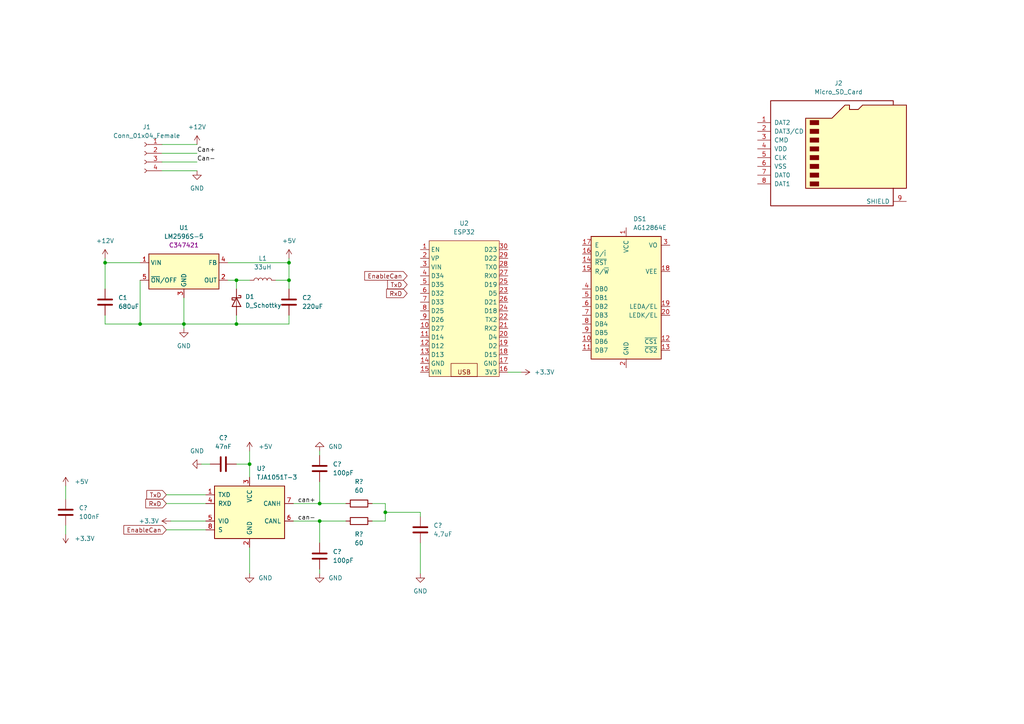
<source format=kicad_sch>
(kicad_sch (version 20211123) (generator eeschema)
  (paper "A4")
  (lib_symbols
    (symbol "Connector:Conn_01x04_Female" (pin_names (offset 1.016) hide)
      (property "Reference" "J" (at 0 5.08 0))
      (property "Value" "Conn_01x04_Female" (at 0 -7.62 0))
      (symbol "Conn_01x04_Female_1_1"
        (arc (start 0 -4.572) (mid -0.508 -5.08) (end 0 -5.588) (stroke (width 0.1524)))
        (arc (start 0 -2.032) (mid -0.508 -2.54) (end 0 -3.048) (stroke (width 0.1524)))
        (polyline (pts (xy -1.27 -5.08) (xy -0.508 -5.08)) (stroke (width 0.1524)))
        (polyline (pts (xy -1.27 -2.54) (xy -0.508 -2.54)) (stroke (width 0.1524)))
        (polyline (pts (xy -1.27 0) (xy -0.508 0)) (stroke (width 0.1524)))
        (polyline (pts (xy -1.27 2.54) (xy -0.508 2.54)) (stroke (width 0.1524)))
        (arc (start 0 0.508) (mid -0.508 0) (end 0 -0.508) (stroke (width 0.1524)))
        (arc (start 0 3.048) (mid -0.508 2.54) (end 0 2.032) (stroke (width 0.1524)))
        (pin passive line (at -5.08 2.54 0) (length 3.81) (name "Pin_1") (number "1"))
        (pin passive line (at -5.08 0 0) (length 3.81) (name "Pin_2") (number "2"))
        (pin passive line (at -5.08 -2.54 0) (length 3.81) (name "Pin_3") (number "3"))
        (pin passive line (at -5.08 -5.08 0) (length 3.81) (name "Pin_4") (number "4"))
      )
    )
    (symbol "Connector:Micro_SD_Card" (pin_names (offset 1.016))
      (property "Reference" "J" (at -16.51 15.24 0))
      (property "Value" "Micro_SD_Card" (at 16.51 15.24 0))
      (symbol "Micro_SD_Card_0_1"
        (rectangle (start -7.62 -9.525) (end -5.08 -10.795) (fill (type outline)))
        (rectangle (start -7.62 -6.985) (end -5.08 -8.255) (fill (type outline)))
        (rectangle (start -7.62 -4.445) (end -5.08 -5.715) (fill (type outline)))
        (rectangle (start -7.62 -1.905) (end -5.08 -3.175) (fill (type outline)))
        (rectangle (start -7.62 0.635) (end -5.08 -0.635) (fill (type outline)))
        (rectangle (start -7.62 3.175) (end -5.08 1.905) (fill (type outline)))
        (rectangle (start -7.62 5.715) (end -5.08 4.445) (fill (type outline)))
        (rectangle (start -7.62 8.255) (end -5.08 6.985) (fill (type outline)))
        (polyline (pts (xy 16.51 12.7) (xy 16.51 13.97) (xy -19.05 13.97) (xy -19.05 -16.51) (xy 16.51 -16.51) (xy 16.51 -11.43)) (stroke (width 0.254)))
        (polyline (pts (xy -8.89 -11.43) (xy -8.89 8.89) (xy -1.27 8.89) (xy 2.54 12.7) (xy 3.81 12.7) (xy 3.81 11.43) (xy 6.35 11.43) (xy 7.62 12.7) (xy 20.32 12.7) (xy 20.32 -11.43) (xy -8.89 -11.43)) (stroke (width 0.254)) (fill (type background)))
      )
      (symbol "Micro_SD_Card_1_1"
        (pin bidirectional line (at -22.86 7.62 0) (length 3.81) (name "DAT2") (number "1"))
        (pin bidirectional line (at -22.86 5.08 0) (length 3.81) (name "DAT3/CD") (number "2"))
        (pin input line (at -22.86 2.54 0) (length 3.81) (name "CMD") (number "3"))
        (pin power_in line (at -22.86 0 0) (length 3.81) (name "VDD") (number "4"))
        (pin input line (at -22.86 -2.54 0) (length 3.81) (name "CLK") (number "5"))
        (pin power_in line (at -22.86 -5.08 0) (length 3.81) (name "VSS") (number "6"))
        (pin bidirectional line (at -22.86 -7.62 0) (length 3.81) (name "DAT0") (number "7"))
        (pin bidirectional line (at -22.86 -10.16 0) (length 3.81) (name "DAT1") (number "8"))
        (pin passive line (at 20.32 -15.24 180) (length 3.81) (name "SHIELD") (number "9"))
      )
    )
    (symbol "Device:C" (pin_numbers hide) (pin_names (offset 0.254))
      (property "Reference" "C" (at 0.635 2.54 0))
      (property "Value" "C" (at 0.635 -2.54 0))
      (symbol "C_0_1"
        (polyline (pts (xy -2.032 -0.762) (xy 2.032 -0.762)) (stroke (width 0.508)))
        (polyline (pts (xy -2.032 0.762) (xy 2.032 0.762)) (stroke (width 0.508)))
      )
      (symbol "C_1_1"
        (pin passive line (at 0 3.81 270) (length 2.794) (name "~") (number "1"))
        (pin passive line (at 0 -3.81 90) (length 2.794) (name "~") (number "2"))
      )
    )
    (symbol "Device:D_Schottky" (pin_numbers hide) (pin_names (offset 1.016) hide)
      (property "Reference" "D" (at 0 2.54 0))
      (property "Value" "D_Schottky" (at 0 -2.54 0))
      (symbol "D_Schottky_0_1"
        (polyline (pts (xy 1.27 0) (xy -1.27 0)))
        (polyline (pts (xy 1.27 1.27) (xy 1.27 -1.27) (xy -1.27 0) (xy 1.27 1.27)) (stroke (width 0.254)))
        (polyline (pts (xy -1.905 0.635) (xy -1.905 1.27) (xy -1.27 1.27) (xy -1.27 -1.27) (xy -0.635 -1.27) (xy -0.635 -0.635)) (stroke (width 0.254)))
      )
      (symbol "D_Schottky_1_1"
        (pin passive line (at -3.81 0 0) (length 2.54) (name "K") (number "1"))
        (pin passive line (at 3.81 0 180) (length 2.54) (name "A") (number "2"))
      )
    )
    (symbol "Device:L" (pin_numbers hide) (pin_names (offset 1.016) hide)
      (property "Reference" "L" (at -1.27 0 90))
      (property "Value" "L" (at 1.905 0 90))
      (symbol "L_0_1"
        (arc (start 0 -2.54) (mid 0.635 -1.905) (end 0 -1.27))
        (arc (start 0 -1.27) (mid 0.635 -0.635) (end 0 0))
        (arc (start 0 0) (mid 0.635 0.635) (end 0 1.27))
        (arc (start 0 1.27) (mid 0.635 1.905) (end 0 2.54))
      )
      (symbol "L_1_1"
        (pin passive line (at 0 3.81 270) (length 1.27) (name "1") (number "1"))
        (pin passive line (at 0 -3.81 90) (length 1.27) (name "2") (number "2"))
      )
    )
    (symbol "Device:R" (pin_numbers hide) (pin_names (offset 0))
      (property "Reference" "R" (at 2.032 0 90))
      (property "Value" "R" (at 0 0 90))
      (symbol "R_0_1"
        (rectangle (start -1.016 -2.54) (end 1.016 2.54) (stroke (width 0.254)))
      )
      (symbol "R_1_1"
        (pin passive line (at 0 3.81 270) (length 1.27) (name "~") (number "1"))
        (pin passive line (at 0 -3.81 90) (length 1.27) (name "~") (number "2"))
      )
    )
    (symbol "Display_Graphic:AG12864E" (pin_names (offset 1.016))
      (property "Reference" "DS" (at -8.382 19.05 0))
      (property "Value" "AG12864E" (at 5.588 19.05 0))
      (symbol "AG12864E_0_1"
        (rectangle (start -10.16 17.78) (end 10.16 -17.78) (stroke (width 0.254)) (fill (type background)))
      )
      (symbol "AG12864E_1_1"
        (pin power_in line (at 0 20.32 270) (length 2.54) (name "VCC") (number "1"))
        (pin bidirectional line (at -12.7 -12.7 0) (length 2.54) (name "DB6") (number "10"))
        (pin bidirectional line (at -12.7 -15.24 0) (length 2.54) (name "DB7") (number "11"))
        (pin input line (at 12.7 -12.7 180) (length 2.54) (name "~{CS1}") (number "12"))
        (pin input line (at 12.7 -15.24 180) (length 2.54) (name "~{CS2}") (number "13"))
        (pin input line (at -12.7 10.16 0) (length 2.54) (name "~{RST}") (number "14"))
        (pin input line (at -12.7 7.62 0) (length 2.54) (name "R/~{W}") (number "15"))
        (pin input line (at -12.7 12.7 0) (length 2.54) (name "D/~{I}") (number "16"))
        (pin input line (at -12.7 15.24 0) (length 2.54) (name "E") (number "17"))
        (pin passive line (at 12.7 7.62 180) (length 2.54) (name "VEE") (number "18"))
        (pin passive line (at 12.7 -2.54 180) (length 2.54) (name "LEDA/EL") (number "19"))
        (pin power_in line (at 0 -20.32 90) (length 2.54) (name "GND") (number "2"))
        (pin passive line (at 12.7 -5.08 180) (length 2.54) (name "LEDK/EL") (number "20"))
        (pin passive line (at 12.7 15.24 180) (length 2.54) (name "VO") (number "3"))
        (pin bidirectional line (at -12.7 2.54 0) (length 2.54) (name "DB0") (number "4"))
        (pin bidirectional line (at -12.7 0 0) (length 2.54) (name "DB1") (number "5"))
        (pin bidirectional line (at -12.7 -2.54 0) (length 2.54) (name "DB2") (number "6"))
        (pin bidirectional line (at -12.7 -5.08 0) (length 2.54) (name "DB3") (number "7"))
        (pin bidirectional line (at -12.7 -7.62 0) (length 2.54) (name "DB4") (number "8"))
        (pin bidirectional line (at -12.7 -10.16 0) (length 2.54) (name "DB5") (number "9"))
      )
    )
    (symbol "GND_1" (power) (pin_names (offset 0))
      (property "Value" "GND_1" (at 0 -3.81 0))
      (symbol "GND_1_0_1"
        (polyline (pts (xy 0 0) (xy 0 -1.27) (xy 1.27 -1.27) (xy 0 -2.54) (xy -1.27 -1.27) (xy 0 -1.27)))
      )
      (symbol "GND_1_1_1"
        (pin power_in line (at 0 0 270) (length 0) hide (name "GND") (number "1"))
      )
    )
    (symbol "Interface_CAN_LIN:TJA1051T-3" (pin_names (offset 1.016))
      (property "Reference" "U" (at -10.16 8.89 0))
      (property "Value" "TJA1051T-3" (at 1.27 8.89 0))
      (symbol "TJA1051T-3_0_1"
        (rectangle (start -10.16 7.62) (end 10.16 -7.62) (stroke (width 0.254)) (fill (type background)))
      )
      (symbol "TJA1051T-3_1_1"
        (pin input line (at -12.7 5.08 0) (length 2.54) (name "TXD") (number "1"))
        (pin power_in line (at 0 -10.16 90) (length 2.54) (name "GND") (number "2"))
        (pin power_in line (at 0 10.16 270) (length 2.54) (name "VCC") (number "3"))
        (pin output line (at -12.7 2.54 0) (length 2.54) (name "RXD") (number "4"))
        (pin power_in line (at -12.7 -2.54 0) (length 2.54) (name "VIO") (number "5"))
        (pin bidirectional line (at 12.7 -2.54 180) (length 2.54) (name "CANL") (number "6"))
        (pin bidirectional line (at 12.7 2.54 180) (length 2.54) (name "CANH") (number "7"))
        (pin input line (at -12.7 -5.08 0) (length 2.54) (name "S") (number "8"))
      )
    )
    (symbol "New_Library_0:ESP32"
      (property "Reference" "U" (at 0 21.59 0))
      (property "Value" "ESP32" (at 0 24.13 0))
      (symbol "ESP32_0_0"
        (text "USB" (at 0 -19.05 0) (effects (font (size 1.27 1.27))))
      )
      (symbol "ESP32_0_1"
        (rectangle (start -10.16 19.05) (end 10.16 -20.32) (fill (type background)))
        (rectangle (start -3.81 -20.32) (end 3.81 -16.51))
      )
      (symbol "ESP32_1_1"
        (pin input line (at -12.7 16.51 0) (length 2.54) (name "EN") (number "1"))
        (pin input line (at -12.7 -6.35 0) (length 2.54) (name "D27") (number "10"))
        (pin input line (at -12.7 -8.89 0) (length 2.54) (name "D14") (number "11"))
        (pin input line (at -12.7 -11.43 0) (length 2.54) (name "D12") (number "12"))
        (pin input line (at -12.7 -13.97 0) (length 2.54) (name "D13") (number "13"))
        (pin input line (at -12.7 -16.51 0) (length 2.54) (name "GND") (number "14"))
        (pin input line (at -12.7 -19.05 0) (length 2.54) (name "VIN") (number "15"))
        (pin input line (at 12.7 -19.05 180) (length 2.54) (name "3V3") (number "16"))
        (pin input line (at 12.7 -16.51 180) (length 2.54) (name "GND") (number "17"))
        (pin input line (at 12.7 -13.97 180) (length 2.54) (name "D15") (number "18"))
        (pin input line (at 12.7 -11.43 180) (length 2.54) (name "D2") (number "19"))
        (pin input line (at -12.7 13.97 0) (length 2.54) (name "VP") (number "2"))
        (pin input line (at 12.7 -8.89 180) (length 2.54) (name "D4") (number "20"))
        (pin input line (at 12.7 -6.35 180) (length 2.54) (name "RX2") (number "21"))
        (pin input line (at 12.7 -3.81 180) (length 2.54) (name "TX2") (number "22"))
        (pin input line (at 12.7 3.81 180) (length 2.54) (name "D5") (number "23"))
        (pin input line (at 12.7 -1.27 180) (length 2.54) (name "D18") (number "24"))
        (pin input line (at 12.7 6.35 180) (length 2.54) (name "D19") (number "25"))
        (pin input line (at 12.7 1.27 180) (length 2.54) (name "D21") (number "26"))
        (pin input line (at 12.7 8.89 180) (length 2.54) (name "RX0") (number "27"))
        (pin input line (at 12.7 11.43 180) (length 2.54) (name "TX0") (number "28"))
        (pin input line (at 12.7 13.97 180) (length 2.54) (name "D22") (number "29"))
        (pin input line (at -12.7 11.43 0) (length 2.54) (name "VIN") (number "3"))
        (pin input line (at 12.7 16.51 180) (length 2.54) (name "D23") (number "30"))
        (pin input line (at -12.7 8.89 0) (length 2.54) (name "D34") (number "4"))
        (pin input line (at -12.7 6.35 0) (length 2.54) (name "D35") (number "5"))
        (pin input line (at -12.7 3.81 0) (length 2.54) (name "D32") (number "6"))
        (pin input line (at -12.7 1.27 0) (length 2.54) (name "D33") (number "7"))
        (pin input line (at -12.7 -1.27 0) (length 2.54) (name "D25") (number "8"))
        (pin input line (at -12.7 -3.81 0) (length 2.54) (name "D26") (number "9"))
      )
    )
    (symbol "Regulator_Switching:LM2596S-5"
      (property "Reference" "U" (at -10.16 6.35 0))
      (property "Value" "LM2596S-5" (at 0 6.35 0))
      (symbol "LM2596S-5_0_1"
        (rectangle (start -10.16 5.08) (end 10.16 -5.08) (stroke (width 0.254)) (fill (type background)))
      )
      (symbol "LM2596S-5_1_1"
        (pin power_in line (at -12.7 2.54 0) (length 2.54) (name "VIN") (number "1"))
        (pin output line (at 12.7 -2.54 180) (length 2.54) (name "OUT") (number "2"))
        (pin power_in line (at 0 -7.62 90) (length 2.54) (name "GND") (number "3"))
        (pin input line (at 12.7 2.54 180) (length 2.54) (name "FB") (number "4"))
        (pin input line (at -12.7 -2.54 0) (length 2.54) (name "~{ON}/OFF") (number "5"))
      )
    )
    (symbol "power:+12V" (power) (pin_names (offset 0))
      (property "Value" "+12V" (at 0 3.556 0))
      (symbol "+12V_0_1"
        (polyline (pts (xy -0.762 1.27) (xy 0 2.54)))
        (polyline (pts (xy 0 0) (xy 0 2.54)))
        (polyline (pts (xy 0 2.54) (xy 0.762 1.27)))
      )
      (symbol "+12V_1_1"
        (pin power_in line (at 0 0 90) (length 0) hide (name "+12V") (number "1"))
      )
    )
    (symbol "power:+3.3V" (power) (pin_names (offset 0))
      (property "Value" "+3.3V" (at 0 3.556 0))
      (symbol "+3.3V_0_1"
        (polyline (pts (xy -0.762 1.27) (xy 0 2.54)))
        (polyline (pts (xy 0 0) (xy 0 2.54)))
        (polyline (pts (xy 0 2.54) (xy 0.762 1.27)))
      )
      (symbol "+3.3V_1_1"
        (pin power_in line (at 0 0 90) (length 0) hide (name "+3.3V") (number "1"))
      )
    )
    (symbol "power:+5V" (power) (pin_names (offset 0))
      (property "Value" "+5V" (at 0 3.556 0))
      (symbol "+5V_0_1"
        (polyline (pts (xy -0.762 1.27) (xy 0 2.54)))
        (polyline (pts (xy 0 0) (xy 0 2.54)))
        (polyline (pts (xy 0 2.54) (xy 0.762 1.27)))
      )
      (symbol "+5V_1_1"
        (pin power_in line (at 0 0 90) (length 0) hide (name "+5V") (number "1"))
      )
    )
    (symbol "power:GND" (power) (pin_names (offset 0))
      (property "Value" "GND" (at 0 -3.81 0))
      (symbol "GND_0_1"
        (polyline (pts (xy 0 0) (xy 0 -1.27) (xy 1.27 -1.27) (xy 0 -2.54) (xy -1.27 -1.27) (xy 0 -1.27)))
      )
      (symbol "GND_1_1"
        (pin power_in line (at 0 0 270) (length 0) hide (name "GND") (number "1"))
      )
    )
  )
  (junction (at 92.71 146.05))
  (junction (at 53.34 93.98))
  (junction (at 30.48 76.2))
  (junction (at 72.39 134.62))
  (junction (at 92.71 151.13))
  (junction (at 68.58 93.98))
  (junction (at 68.58 81.28))
  (junction (at 83.82 81.28))
  (junction (at 83.82 76.2))
  (junction (at 40.64 93.98))
  (junction (at 111.76 148.59))
  (wire (pts (xy 48.26 143.51) (xy 59.69 143.51)))
  (wire (pts (xy 151.13 107.95) (xy 147.32 107.95)))
  (wire (pts (xy 40.64 93.98) (xy 30.48 93.98)))
  (wire (pts (xy 46.99 41.91) (xy 57.15 41.91)))
  (wire (pts (xy 68.58 81.28) (xy 68.58 83.82)))
  (wire (pts (xy 58.42 134.62) (xy 60.96 134.62)))
  (wire (pts (xy 30.48 83.82) (xy 30.48 76.2)))
  (wire (pts (xy 92.71 130.81) (xy 92.71 132.08)))
  (wire (pts (xy 66.04 81.28) (xy 68.58 81.28)))
  (wire (pts (xy 19.05 154.94) (xy 19.05 152.4)))
  (wire (pts (xy 30.48 76.2) (xy 40.64 76.2)))
  (wire (pts (xy 100.33 151.13) (xy 92.71 151.13)))
  (wire (pts (xy 92.71 139.7) (xy 92.71 146.05)))
  (wire (pts (xy 53.34 93.98) (xy 53.34 86.36)))
  (wire (pts (xy 83.82 83.82) (xy 83.82 81.28)))
  (wire (pts (xy 111.76 148.59) (xy 121.92 148.59)))
  (wire (pts (xy 83.82 74.93) (xy 83.82 76.2)))
  (wire (pts (xy 53.34 93.98) (xy 68.58 93.98)))
  (wire (pts (xy 53.34 95.25) (xy 53.34 93.98)))
  (wire (pts (xy 92.71 146.05) (xy 85.09 146.05)))
  (wire (pts (xy 19.05 140.97) (xy 19.05 144.78)))
  (wire (pts (xy 68.58 81.28) (xy 72.39 81.28)))
  (wire (pts (xy 46.99 46.99) (xy 57.15 46.99)))
  (wire (pts (xy 121.92 148.59) (xy 121.92 149.86)))
  (wire (pts (xy 100.33 146.05) (xy 92.71 146.05)))
  (wire (pts (xy 121.92 157.48) (xy 121.92 166.37)))
  (wire (pts (xy 66.04 76.2) (xy 83.82 76.2)))
  (wire (pts (xy 111.76 146.05) (xy 111.76 148.59)))
  (wire (pts (xy 107.95 151.13) (xy 111.76 151.13)))
  (wire (pts (xy 46.99 44.45) (xy 57.15 44.45)))
  (wire (pts (xy 83.82 76.2) (xy 83.82 81.28)))
  (wire (pts (xy 40.64 81.28) (xy 40.64 93.98)))
  (wire (pts (xy 48.26 146.05) (xy 59.69 146.05)))
  (wire (pts (xy 68.58 93.98) (xy 83.82 93.98)))
  (wire (pts (xy 40.64 93.98) (xy 53.34 93.98)))
  (wire (pts (xy 30.48 74.93) (xy 30.48 76.2)))
  (wire (pts (xy 72.39 134.62) (xy 72.39 138.43)))
  (wire (pts (xy 48.26 153.67) (xy 59.69 153.67)))
  (wire (pts (xy 107.95 146.05) (xy 111.76 146.05)))
  (wire (pts (xy 72.39 166.37) (xy 72.39 158.75)))
  (wire (pts (xy 83.82 93.98) (xy 83.82 91.44)))
  (wire (pts (xy 92.71 151.13) (xy 85.09 151.13)))
  (wire (pts (xy 30.48 93.98) (xy 30.48 91.44)))
  (wire (pts (xy 68.58 93.98) (xy 68.58 91.44)))
  (wire (pts (xy 72.39 130.81) (xy 72.39 134.62)))
  (wire (pts (xy 49.53 151.13) (xy 59.69 151.13)))
  (wire (pts (xy 92.71 166.37) (xy 92.71 165.1)))
  (wire (pts (xy 68.58 134.62) (xy 72.39 134.62)))
  (wire (pts (xy 92.71 151.13) (xy 92.71 157.48)))
  (wire (pts (xy 46.99 49.53) (xy 57.15 49.53)))
  (wire (pts (xy 83.82 81.28) (xy 80.01 81.28)))
  (wire (pts (xy 111.76 148.59) (xy 111.76 151.13)))
  (label "Can+" (at 57.15 44.45 0))
  (label "Can-" (at 57.15 46.99 0))
  (label "can-" (at 86.36 151.13 0))
  (label "can+" (at 86.36 146.05 0))
  (global_label "EnableCan" (shape input) (at 118.11 80.01 180) (property "Referências entre as folhas" "${INTERSHEET_REFS}" (effects hide)))
  (global_label "TxD" (shape input) (at 118.11 82.55 180) (property "Referências entre as folhas" "${INTERSHEET_REFS}" (effects hide)))
  (global_label "RxD" (shape input) (at 118.11 85.09 180) (property "Referências entre as folhas" "${INTERSHEET_REFS}" (effects hide)))
  (global_label "EnableCan" (shape input) (at 48.26 153.67 180) (property "Referências entre as folhas" "${INTERSHEET_REFS}" (effects hide)))
  (global_label "RxD" (shape input) (at 48.26 146.05 180) (property "Referências entre as folhas" "${INTERSHEET_REFS}" (effects hide)))
  (global_label "TxD" (shape input) (at 48.26 143.51 180) (property "Referências entre as folhas" "${INTERSHEET_REFS}" (effects hide)))
  (symbol (lib_id "Interface_CAN_LIN:TJA1051T-3") (at 72.39 148.59 0) (unit 1)
    (property "Reference" "U?" (at 74.4094 135.89 0) (effects (justify left)))
    (property "Value" "TJA1051T-3" (at 74.4094 138.43 0) (effects (justify left)))
    (property "Footprint" "Package_SO:SOIC-8_3.9x4.9mm_P1.27mm" (effects hide))
    (property "Datasheet" "http://www.nxp.com/documents/data_sheet/TJA1051.pdf" (effects hide))
  )
  (symbol (lib_id "power:+5V") (at 19.05 140.97 0) (unit 1)
    (property "Reference" "#PWR?" (effects hide))
    (property "Value" "+5V" (at 21.59 139.6999 0) (effects (justify left)))
  )
  (symbol (lib_id "Device:C") (at 19.05 148.59 180) (unit 1)
    (property "Reference" "C?" (at 22.86 147.3199 0) (effects (justify right)))
    (property "Value" "100nF" (at 22.86 149.8599 0) (effects (justify right)))
  )
  (symbol (lib_id "power:+3.3V") (at 19.05 154.94 180) (unit 1)
    (property "Reference" "#PWR?" (effects hide))
    (property "Value" "+3.3V" (at 21.59 156.2099 0) (effects (justify right)))
  )
  (symbol (lib_id "Connector:Conn_01x04_Female") (at 41.91 44.45 0) (mirror y) (unit 1)
    (property "Reference" "J1" (at 42.545 36.83 0))
    (property "Value" "Conn_01x04_Female" (at 42.545 39.37 0))
    (property "Footprint" "TerminalBlock_Phoenix:TerminalBlock_Phoenix_MKDS-1,5-4-5.08_1x04_P5.08mm_Horizontal" (effects hide))
  )
  (symbol (lib_name "GND_1") (lib_id "power:GND") (at 72.39 166.37 0) (unit 1)
    (property "Reference" "#PWR?" (effects hide))
    (property "Value" "GND" (at 74.93 167.6399 0) (effects (justify left)))
  )
  (symbol (lib_id "Device:D_Schottky") (at 68.58 87.63 270) (unit 1)
    (property "Reference" "D1" (at 71.12 86.0424 90) (effects (justify left)))
    (property "Value" "D_Schottky" (at 71.12 88.5824 90) (effects (justify left)))
    (property "Footprint" "Diode_SMD:D_SMB" (effects hide))
  )
  (symbol (lib_id "Device:C") (at 92.71 161.29 180) (unit 1)
    (property "Reference" "C?" (at 96.52 160.0199 0) (effects (justify right)))
    (property "Value" "100pF" (at 96.52 162.5599 0) (effects (justify right)))
  )
  (symbol (lib_name "GND_1") (lib_id "power:GND") (at 121.92 166.37 0) (unit 1)
    (property "Reference" "#PWR?" (effects hide))
    (property "Value" "GND" (at 121.92 171.45 0))
  )
  (symbol (lib_name "GND_1") (lib_id "power:GND") (at 58.42 134.62 270) (unit 1)
    (property "Reference" "#PWR?" (effects hide))
    (property "Value" "GND" (at 57.15 130.81 90))
  )
  (symbol (lib_id "Device:C") (at 92.71 135.89 0) (unit 1)
    (property "Reference" "C?" (at 96.52 134.6199 0) (effects (justify left)))
    (property "Value" "100pF" (at 96.52 137.1599 0) (effects (justify left)))
  )
  (symbol (lib_id "power:+12V") (at 57.15 41.91 0) (unit 1)
    (property "Reference" "#PWR0101" (effects hide))
    (property "Value" "+12V" (at 57.15 36.83 0))
  )
  (symbol (lib_id "power:+3.3V") (at 49.53 151.13 90) (unit 1)
    (property "Reference" "#PWR?" (effects hide))
    (property "Value" "+3.3V" (at 43.18 151.13 90))
  )
  (symbol (lib_id "Device:R") (at 104.14 146.05 90) (unit 1)
    (property "Reference" "R?" (at 104.14 139.7 90))
    (property "Value" "60" (at 104.14 142.24 90))
  )
  (symbol (lib_name "GND_1") (lib_id "power:GND") (at 92.71 166.37 0) (unit 1)
    (property "Reference" "#PWR?" (effects hide))
    (property "Value" "GND" (at 95.25 167.6399 0) (effects (justify left)))
  )
  (symbol (lib_id "New_Library_0:ESP32") (at 134.62 88.9 0) (unit 1)
    (property "Reference" "U2" (at 134.62 64.77 0))
    (property "Value" "ESP32" (at 134.62 67.31 0))
    (property "Footprint" "Library:ESP32_DevKit" (effects hide))
  )
  (symbol (lib_id "power:+5V") (at 72.39 130.81 0) (unit 1)
    (property "Reference" "#PWR?" (effects hide))
    (property "Value" "+5V" (at 74.93 129.5399 0) (effects (justify left)))
  )
  (symbol (lib_id "Device:C") (at 83.82 87.63 0) (unit 1)
    (property "Reference" "C2" (at 87.63 86.3599 0) (effects (justify left)))
    (property "Value" "220uF" (at 87.63 88.8999 0) (effects (justify left)))
    (property "Footprint" "Capacitor_SMD:CP_Elec_6.3x5.4" (effects hide))
  )
  (symbol (lib_name "GND_1") (lib_id "power:GND") (at 92.71 130.81 180) (unit 1)
    (property "Reference" "#PWR?" (effects hide))
    (property "Value" "GND" (at 95.25 129.5399 0) (effects (justify right)))
  )
  (symbol (lib_id "power:+3.3V") (at 151.13 107.95 270) (unit 1)
    (property "Reference" "#PWR?" (effects hide))
    (property "Value" "+3.3V" (at 154.94 107.9499 90) (effects (justify left)))
  )
  (symbol (lib_id "power:GND") (at 57.15 49.53 0) (unit 1)
    (property "Reference" "#PWR0102" (effects hide))
    (property "Value" "GND" (at 57.15 54.61 0))
  )
  (symbol (lib_id "power:+5V") (at 83.82 74.93 0) (unit 1)
    (property "Reference" "#PWR0105" (effects hide))
    (property "Value" "+5V" (at 83.82 69.85 0))
  )
  (symbol (lib_id "Connector:Micro_SD_Card") (at 242.57 43.18 0) (unit 1)
    (property "Reference" "J2" (at 243.205 24.13 0))
    (property "Value" "Micro_SD_Card" (at 243.205 26.67 0))
    (property "Footprint" "Connector_Card:microSD_HC_Hirose_DM3D-SF" (effects hide))
    (property "Datasheet" "http://katalog.we-online.de/em/datasheet/693072010801.pdf" (effects hide))
  )
  (symbol (lib_id "power:+12V") (at 30.48 74.93 0) (unit 1)
    (property "Reference" "#PWR0104" (effects hide))
    (property "Value" "+12V" (at 30.48 69.85 0))
  )
  (symbol (lib_id "Display_Graphic:AG12864E") (at 181.61 86.36 0) (unit 1)
    (property "Reference" "DS1" (at 183.6294 63.5 0) (effects (justify left)))
    (property "Value" "AG12864E" (at 183.6294 66.04 0) (effects (justify left)))
    (property "Footprint" "Display:AG12864E" (effects hide))
    (property "Datasheet" "https://www.digchip.com/datasheets/parts/datasheet/1121/AG-12864E-pdf.php" (effects hide))
  )
  (symbol (lib_id "Device:L") (at 76.2 81.28 90) (unit 1)
    (property "Reference" "L1" (at 76.2 74.93 90))
    (property "Value" "33uH" (at 76.2 77.47 90))
    (property "Footprint" "Inductor_SMD:L_12x12mm_H8mm" (effects hide))
  )
  (symbol (lib_id "Device:C") (at 30.48 87.63 0) (unit 1)
    (property "Reference" "C1" (at 34.29 86.3599 0) (effects (justify left)))
    (property "Value" "680uF" (at 34.29 88.8999 0) (effects (justify left)))
    (property "Footprint" "Capacitor_SMD:CP_Elec_10x10.5" (effects hide))
  )
  (symbol (lib_id "Regulator_Switching:LM2596S-5") (at 53.34 78.74 0) (unit 1)
    (property "Reference" "U1" (at 53.34 66.04 0))
    (property "Value" "LM2596S-5" (at 53.34 68.58 0))
    (property "Footprint" "Package_TO_SOT_SMD:TO-263-5_TabPin3" (effects hide))
    (property "Datasheet" "http://www.ti.com/lit/ds/symlink/lm2596.pdf" (effects hide))
    (property "LCSC" "C347421" (at 53.34 71.12 0))
  )
  (symbol (lib_id "Device:C") (at 121.92 153.67 180) (unit 1)
    (property "Reference" "C?" (at 125.73 152.3999 0) (effects (justify right)))
    (property "Value" "4,7uF" (at 125.73 154.9399 0) (effects (justify right)))
  )
  (symbol (lib_id "Device:C") (at 64.77 134.62 270) (unit 1)
    (property "Reference" "C?" (at 64.77 127 90))
    (property "Value" "47nF" (at 64.77 129.54 90))
  )
  (symbol (lib_id "Device:R") (at 104.14 151.13 90) (unit 1)
    (property "Reference" "R?" (at 104.14 154.94 90))
    (property "Value" "60" (at 104.14 157.48 90))
  )
  (symbol (lib_id "power:GND") (at 53.34 95.25 0) (unit 1)
    (property "Reference" "#PWR0103" (effects hide))
    (property "Value" "GND" (at 53.34 100.33 0))
  )
)
</source>
